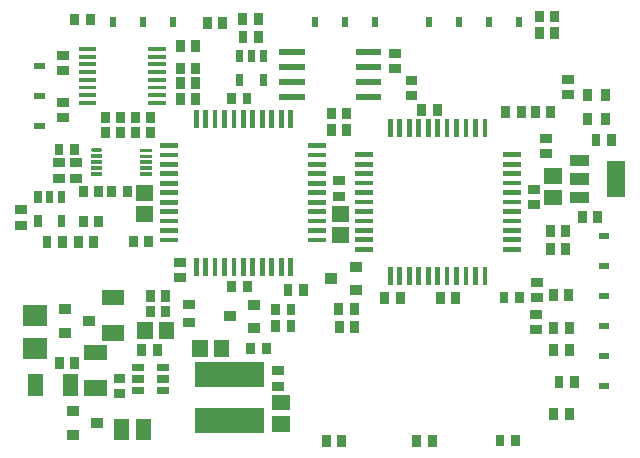
<source format=gbr>
G04 start of page 9 for group -4015 idx -4015 *
G04 Title: (unknown), toppaste *
G04 Creator: pcb 1.99z *
G04 CreationDate: Mon 30 May 2011 18:01:59 GMT UTC *
G04 For: thomas *
G04 Format: Gerber/RS-274X *
G04 PCB-Dimensions: 206299 151574 *
G04 PCB-Coordinate-Origin: lower left *
%MOIN*%
%FSLAX25Y25*%
%LNTOPPASTE*%
%ADD26R,0.0130X0.0130*%
%ADD27R,0.0295X0.0295*%
%ADD29R,0.0240X0.0240*%
%ADD30C,0.0120*%
%ADD31R,0.0120X0.0120*%
%ADD32R,0.0512X0.0512*%
%ADD33R,0.0157X0.0157*%
%ADD34R,0.0200X0.0200*%
%ADD35R,0.0300X0.0300*%
%ADD36R,0.0370X0.0370*%
%ADD37R,0.0610X0.0610*%
%ADD38R,0.0340X0.0340*%
%ADD39R,0.0690X0.0690*%
%ADD40R,0.0510X0.0510*%
%ADD41R,0.0827X0.0827*%
G54D29*X8611Y78752D02*Y77152D01*
X16411Y78752D02*Y77152D01*
Y86952D02*Y85352D01*
X12511Y86952D02*Y85352D01*
X8611Y86952D02*Y85352D01*
G54D27*X41103Y113090D02*Y112106D01*
X46221Y113090D02*Y112106D01*
X189961Y80019D02*Y79035D01*
X195079Y80019D02*Y79035D01*
G54D36*X187946Y98216D02*X190346D01*
X187946Y92116D02*X190346D01*
X187946Y86016D02*X190346D01*
G54D37*X201346Y95116D02*Y89116D01*
G54D32*X179922Y86023D02*X180708D01*
X179922Y93109D02*X180708D01*
G54D27*X194600Y105666D02*Y104682D01*
X199718Y105666D02*Y104682D01*
X177508Y100574D02*X178492D01*
X177508Y105692D02*X178492D01*
X179441Y75266D02*Y74282D01*
X184559Y75266D02*Y74282D01*
X179400Y69266D02*Y68282D01*
X184518Y69266D02*Y68282D01*
X180400Y53866D02*Y52882D01*
X185518Y53866D02*Y52882D01*
G54D34*X90065Y134340D02*X96565D01*
X90065Y129340D02*X96565D01*
X90065Y124340D02*X96565D01*
X90065Y119340D02*X96565D01*
X115565D02*X122065D01*
X115565Y124340D02*X122065D01*
X115565Y129340D02*X122065D01*
X115565Y134340D02*X122065D01*
G54D27*X174114Y47046D02*X175098D01*
X174114Y41928D02*X175098D01*
X180512Y43012D02*Y42028D01*
X185630Y43012D02*Y42028D01*
X78346Y56790D02*Y55806D01*
X73228Y56790D02*Y55806D01*
X163934Y53108D02*Y52124D01*
X169052Y53108D02*Y52124D01*
X113976Y49310D02*Y48326D01*
X108858Y49310D02*Y48326D01*
G54D33*X50168Y103283D02*X54594D01*
X50168Y100134D02*X54594D01*
X50168Y96984D02*X54594D01*
X50168Y93835D02*X54594D01*
X50168Y90685D02*X54594D01*
X50168Y87535D02*X54594D01*
X50168Y84386D02*X54594D01*
X50168Y81236D02*X54594D01*
X50168Y78087D02*X54594D01*
X50168Y74937D02*X54594D01*
X50168Y71787D02*X54594D01*
X61318Y65063D02*Y60637D01*
X64467Y65063D02*Y60637D01*
X67617Y65063D02*Y60637D01*
X70766Y65063D02*Y60637D01*
X73916Y65063D02*Y60637D01*
X77066Y65063D02*Y60637D01*
X80215Y65063D02*Y60637D01*
X83365Y65063D02*Y60637D01*
X86514Y65063D02*Y60637D01*
X89664Y65063D02*Y60637D01*
X92814Y65063D02*Y60637D01*
X99538Y71787D02*X103964D01*
X99538Y74936D02*X103964D01*
X99538Y78086D02*X103964D01*
X99538Y81235D02*X103964D01*
X99538Y84385D02*X103964D01*
X99538Y87535D02*X103964D01*
X99538Y90684D02*X103964D01*
X99538Y93834D02*X103964D01*
X99538Y96983D02*X103964D01*
X99538Y100133D02*X103964D01*
X99538Y103283D02*X103964D01*
X92814Y114433D02*Y110007D01*
X89665Y114433D02*Y110007D01*
X86515Y114433D02*Y110007D01*
X83366Y114433D02*Y110007D01*
X80216Y114433D02*Y110007D01*
X77066Y114433D02*Y110007D01*
X73917Y114433D02*Y110007D01*
X70767Y114433D02*Y110007D01*
X67618Y114433D02*Y110007D01*
X64468Y114433D02*Y110007D01*
X61318Y114433D02*Y110007D01*
G54D27*X180511Y14271D02*Y13287D01*
X185629Y14271D02*Y13287D01*
X180513Y35727D02*Y34743D01*
X185631Y35727D02*Y34743D01*
X182284Y24902D02*Y23918D01*
X187402Y24902D02*Y23918D01*
X174508Y57692D02*X175492D01*
X174508Y52574D02*X175492D01*
X2494Y81871D02*X3478D01*
X2494Y76753D02*X3478D01*
X173433Y83518D02*X174417D01*
X173433Y88636D02*X174417D01*
G54D34*X196494Y73070D02*X197994D01*
X196494Y63070D02*X197994D01*
X196494Y53070D02*X197994D01*
X196494Y43070D02*X197994D01*
X196494Y33070D02*X197994D01*
X196494Y23070D02*X197994D01*
G54D35*X191733Y112507D02*Y111507D01*
X197733Y112507D02*Y111507D01*
X191733Y120774D02*Y119774D01*
X197733Y120774D02*Y119774D01*
G54D27*X84645Y36121D02*Y35137D01*
X79527Y36121D02*Y35137D01*
X114172Y43208D02*Y42224D01*
X109054Y43208D02*Y42224D01*
X109843Y5216D02*Y4232D01*
X104725Y5216D02*Y4232D01*
X87795Y43602D02*Y42618D01*
X92913Y43602D02*Y42618D01*
X87795Y49114D02*Y48130D01*
X92913Y49114D02*Y48130D01*
X91929Y55609D02*Y54625D01*
X97047Y55609D02*Y54625D01*
X167715Y5412D02*Y4428D01*
X162597Y5412D02*Y4428D01*
X140011Y5313D02*Y4329D01*
X134893Y5313D02*Y4329D01*
X46063Y53641D02*Y52657D01*
X51181Y53641D02*Y52657D01*
G54D41*X65117Y11620D02*X79683D01*
X65117Y26974D02*X79683D01*
G54D27*X48318Y35666D02*Y34682D01*
X43200Y35666D02*Y34682D01*
G54D32*X89174Y10432D02*X89960D01*
X89174Y17518D02*X89960D01*
G54D27*X15747Y31397D02*Y30413D01*
X20865Y31397D02*Y30413D01*
X174409Y114861D02*Y113877D01*
X179527Y114861D02*Y113877D01*
X184744Y120275D02*X185728D01*
X184744Y125393D02*X185728D01*
X180905Y141239D02*Y140255D01*
X175787Y141239D02*Y140255D01*
X180905Y146751D02*Y145767D01*
X175787Y146751D02*Y145767D01*
X164567Y114861D02*Y113877D01*
X169685Y114861D02*Y113877D01*
G54D32*X109056Y73424D02*X109842D01*
X109056Y80510D02*X109842D01*
G54D27*X136528Y115553D02*Y114569D01*
X141646Y115553D02*Y114569D01*
X132579Y125000D02*X133563D01*
X132579Y119882D02*X133563D01*
X106299Y108956D02*Y107972D01*
X111417Y108956D02*Y107972D01*
X106299Y114468D02*Y113484D01*
X111417Y114468D02*Y113484D01*
G54D34*X100787Y145237D02*Y143737D01*
X110787Y145237D02*Y143737D01*
X120787Y145237D02*Y143737D01*
G54D27*X108366Y86417D02*X109350D01*
X108366Y91535D02*X109350D01*
X55414Y59251D02*X56398D01*
X55414Y64369D02*X56398D01*
X16732Y71554D02*Y70570D01*
X11614Y71554D02*Y70570D01*
X22047Y71554D02*Y70570D01*
X27165Y71554D02*Y70570D01*
X45473Y71751D02*Y70767D01*
X40355Y71751D02*Y70767D01*
X65000Y144566D02*Y143582D01*
X70118Y144566D02*Y143582D01*
X76882Y146066D02*Y145082D01*
X82000Y146066D02*Y145082D01*
X76941Y140066D02*Y139082D01*
X82059Y140066D02*Y139082D01*
G54D29*X75835Y125806D02*Y124206D01*
X83635Y125806D02*Y124206D01*
Y134006D02*Y132406D01*
X79735Y134006D02*Y132406D01*
X75835Y134006D02*Y132406D01*
G54D32*X43749Y80405D02*X44535D01*
X43749Y87491D02*X44535D01*
G54D27*X23642Y78440D02*Y77456D01*
X28760Y78440D02*Y77456D01*
X23642Y88440D02*Y87456D01*
X28760Y88440D02*Y87456D01*
X33201Y88440D02*Y87456D01*
X38319Y88440D02*Y87456D01*
X73142Y119440D02*Y118456D01*
X78260Y119440D02*Y118456D01*
X56083Y136940D02*Y135956D01*
X61201Y136940D02*Y135956D01*
X56103Y129428D02*Y128444D01*
X61221Y129428D02*Y128444D01*
X20906Y145766D02*Y144782D01*
X26024Y145766D02*Y144782D01*
G54D34*X33465Y145237D02*Y143737D01*
X43465Y145237D02*Y143737D01*
X53465Y145237D02*Y143737D01*
G54D27*X36221Y113090D02*Y112106D01*
X31103Y113090D02*Y112106D01*
X36221Y108090D02*Y107106D01*
X31103Y108090D02*Y107106D01*
X41103Y108090D02*Y107106D01*
X46221Y108090D02*Y107106D01*
X16437Y112598D02*X17421D01*
X16437Y117716D02*X17421D01*
X16437Y128149D02*X17421D01*
X16437Y133267D02*X17421D01*
G54D34*X8305Y109920D02*X9805D01*
X8305Y119920D02*X9805D01*
X8305Y129920D02*X9805D01*
G54D27*X20709Y92389D02*X21693D01*
X20709Y97507D02*X21693D01*
X15150Y92389D02*X16134D01*
X15150Y97507D02*X16134D01*
X20701Y102440D02*Y101456D01*
X15583Y102440D02*Y101456D01*
X61220Y119389D02*Y118405D01*
X56102Y119389D02*Y118405D01*
X61220Y124507D02*Y123523D01*
X56102Y124507D02*Y123523D01*
G54D30*X26771Y101769D02*X29371D01*
G54D31*X26771Y99769D02*X29371D01*
X26771Y97769D02*X29371D01*
X26771Y95869D02*X29371D01*
X26771Y93869D02*X29371D01*
X43271Y93769D02*X45871D01*
X43271Y95769D02*X45871D01*
X43271Y97769D02*X45871D01*
X43271Y99669D02*X45871D01*
X43271Y101669D02*X45871D01*
G54D26*X22824Y135423D02*X27430D01*
X22824Y132864D02*X27430D01*
X22824Y130305D02*X27430D01*
X22824Y127746D02*X27430D01*
X22824Y125188D02*X27430D01*
X22824Y122629D02*X27430D01*
X22824Y120070D02*X27430D01*
X22824Y117511D02*X27430D01*
X46052D02*X50658D01*
X46052Y120070D02*X50658D01*
X46052Y122629D02*X50658D01*
X46052Y125188D02*X50658D01*
X46052Y127746D02*X50658D01*
X46052Y130305D02*X50658D01*
X46052Y132864D02*X50658D01*
X46052Y135423D02*X50658D01*
G54D27*X88098Y28167D02*X89082D01*
X88098Y23049D02*X89082D01*
G54D34*X138780Y145237D02*Y143737D01*
X148780Y145237D02*Y143737D01*
X158780Y145237D02*Y143737D01*
X168780Y145237D02*Y143737D01*
G54D27*X127067Y128936D02*X128051D01*
X127067Y134054D02*X128051D01*
G54D32*X7678Y24605D02*Y22243D01*
X19488Y24605D02*Y22243D01*
X32419Y52574D02*X34781D01*
X32419Y40764D02*X34781D01*
X51400Y41967D02*Y41181D01*
X44314Y41967D02*Y41181D01*
X26575Y22440D02*X28937D01*
X26575Y34250D02*X28937D01*
G54D27*X142717Y52852D02*Y51868D01*
X147835Y52852D02*Y51868D01*
G54D38*X19826Y14690D02*X20426D01*
X19826Y6890D02*X20426D01*
X28026Y10790D02*X28626D01*
X114148Y55035D02*X114748D01*
X114148Y62835D02*X114748D01*
X105948Y58935D02*X106548D01*
G54D27*X35267Y20615D02*X36251D01*
X35267Y25733D02*X36251D01*
X46000Y48466D02*Y47482D01*
X51118Y48466D02*Y47482D01*
G54D33*X114913Y100196D02*X119339D01*
X114913Y97047D02*X119339D01*
X114913Y93897D02*X119339D01*
X114913Y90748D02*X119339D01*
X114913Y87598D02*X119339D01*
X114913Y84448D02*X119339D01*
X114913Y81299D02*X119339D01*
X114913Y78149D02*X119339D01*
X114913Y75000D02*X119339D01*
X114913Y71850D02*X119339D01*
X114913Y68700D02*X119339D01*
X126063Y61976D02*Y57550D01*
X129212Y61976D02*Y57550D01*
X132362Y61976D02*Y57550D01*
X135511Y61976D02*Y57550D01*
X138661Y61976D02*Y57550D01*
X141811Y61976D02*Y57550D01*
X144960Y61976D02*Y57550D01*
X148110Y61976D02*Y57550D01*
X151259Y61976D02*Y57550D01*
X154409Y61976D02*Y57550D01*
X157559Y61976D02*Y57550D01*
X164283Y68700D02*X168709D01*
X164283Y71849D02*X168709D01*
X164283Y74999D02*X168709D01*
X164283Y78148D02*X168709D01*
X164283Y81298D02*X168709D01*
X164283Y84448D02*X168709D01*
X164283Y87597D02*X168709D01*
X164283Y90747D02*X168709D01*
X164283Y93896D02*X168709D01*
X164283Y97046D02*X168709D01*
X164283Y100196D02*X168709D01*
X157559Y111346D02*Y106920D01*
X154410Y111346D02*Y106920D01*
X151260Y111346D02*Y106920D01*
X148111Y111346D02*Y106920D01*
X144961Y111346D02*Y106920D01*
X141811Y111346D02*Y106920D01*
X138662Y111346D02*Y106920D01*
X135512Y111346D02*Y106920D01*
X132363Y111346D02*Y106920D01*
X129213Y111346D02*Y106920D01*
X126063Y111346D02*Y106920D01*
G54D38*X80337Y42424D02*X80937D01*
X80337Y50224D02*X80937D01*
X72137Y46324D02*X72737D01*
X17160Y48673D02*X17760D01*
X17160Y40873D02*X17760D01*
X25360Y44773D02*X25960D01*
G54D39*X7078Y35630D02*X8278D01*
X7078Y46630D02*X8278D01*
G54D32*X62598Y36022D02*Y35236D01*
X69684Y36022D02*Y35236D01*
G54D27*X124212Y53050D02*Y52066D01*
X129330Y53050D02*Y52066D01*
G54D35*X58555Y44291D02*X59555D01*
X58555Y50291D02*X59555D01*
G54D40*X43817Y9667D02*Y7667D01*
X36417Y9667D02*Y7667D01*
G54D29*X41200Y29374D02*X42800D01*
X41200Y25474D02*X42800D01*
X41200Y21574D02*X42800D01*
X49400D02*X51000D01*
X49400Y25474D02*X51000D01*
X49400Y29374D02*X51000D01*
M02*

</source>
